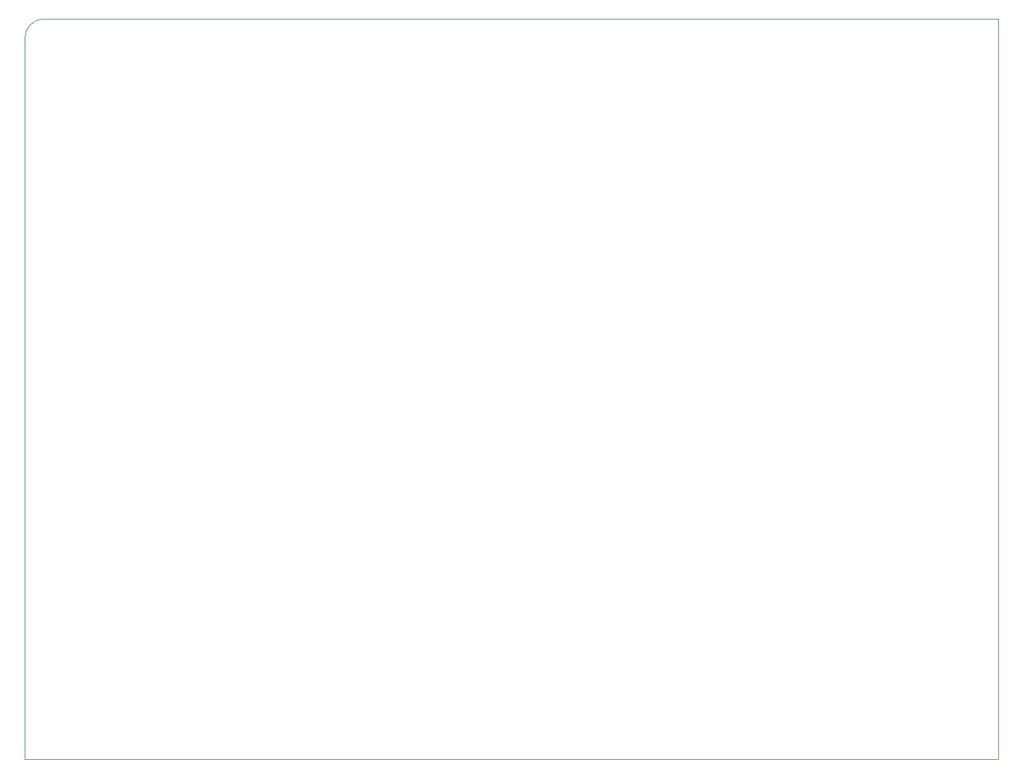
<source format=gbr>
%TF.GenerationSoftware,KiCad,Pcbnew,7.0.8*%
%TF.CreationDate,2024-02-01T17:09:58-05:00*%
%TF.ProjectId,cc_laser_supply_rev-B,63635f6c-6173-4657-925f-737570706c79,rev?*%
%TF.SameCoordinates,Original*%
%TF.FileFunction,Profile,NP*%
%FSLAX46Y46*%
G04 Gerber Fmt 4.6, Leading zero omitted, Abs format (unit mm)*
G04 Created by KiCad (PCBNEW 7.0.8) date 2024-02-01 17:09:58*
%MOMM*%
%LPD*%
G01*
G04 APERTURE LIST*
%TA.AperFunction,Profile*%
%ADD10C,0.100000*%
%TD*%
G04 APERTURE END LIST*
D10*
X203200000Y-50800000D02*
X203200000Y-147320000D01*
X203200000Y-147320000D02*
X76200000Y-147320000D01*
X78740000Y-50800000D02*
X203200000Y-50800000D01*
X76200000Y-147320000D02*
X76200000Y-53340000D01*
X78740000Y-50800000D02*
G75*
G03*
X76200000Y-53340000I0J-2540000D01*
G01*
M02*

</source>
